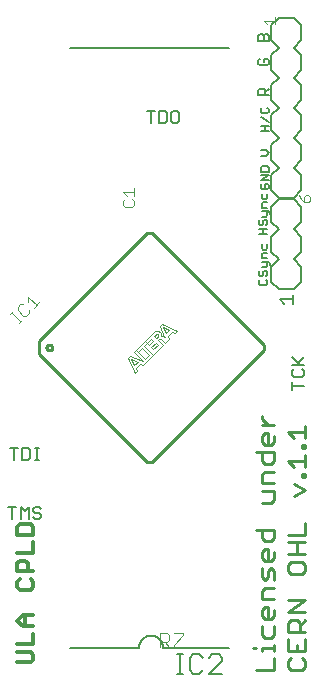
<source format=gbr>
G04 EAGLE Gerber RS-274X export*
G75*
%MOMM*%
%FSLAX34Y34*%
%LPD*%
%INSilkscreen Top*%
%IPPOS*%
%AMOC8*
5,1,8,0,0,1.08239X$1,22.5*%
G01*
%ADD10C,0.330200*%
%ADD11C,0.127000*%
%ADD12C,0.152400*%
%ADD13C,0.279400*%
%ADD14C,0.076200*%
%ADD15C,0.254000*%
%ADD16C,0.050800*%
%ADD17C,0.101600*%


D10*
X15038Y12764D02*
X26266Y12764D01*
X28512Y15009D01*
X28512Y19500D01*
X26266Y21746D01*
X15038Y21746D01*
X15038Y28200D02*
X28512Y28200D01*
X28512Y37182D01*
X28512Y43636D02*
X19529Y43636D01*
X15038Y48127D01*
X19529Y52618D01*
X28512Y52618D01*
X21775Y52618D02*
X21775Y43636D01*
X15038Y81245D02*
X17284Y83490D01*
X15038Y81245D02*
X15038Y76753D01*
X17284Y74508D01*
X26266Y74508D01*
X28512Y76753D01*
X28512Y81245D01*
X26266Y83490D01*
X28512Y89944D02*
X15038Y89944D01*
X15038Y96681D01*
X17284Y98926D01*
X21775Y98926D01*
X24020Y96681D01*
X24020Y89944D01*
X28512Y105380D02*
X15038Y105380D01*
X28512Y105380D02*
X28512Y114362D01*
X28512Y120816D02*
X15038Y120816D01*
X28512Y120816D02*
X28512Y127553D01*
X26266Y129798D01*
X17284Y129798D01*
X15038Y127553D01*
X15038Y120816D01*
D11*
X219514Y335854D02*
X220658Y336998D01*
X219514Y335854D02*
X219514Y333566D01*
X220658Y332423D01*
X225234Y332423D01*
X226378Y333566D01*
X226378Y335854D01*
X225234Y336998D01*
X219514Y343339D02*
X220658Y344483D01*
X219514Y343339D02*
X219514Y341051D01*
X220658Y339907D01*
X221802Y339907D01*
X222946Y341051D01*
X222946Y343339D01*
X224090Y344483D01*
X225234Y344483D01*
X226378Y343339D01*
X226378Y341051D01*
X225234Y339907D01*
X225234Y347391D02*
X221802Y347391D01*
X225234Y347391D02*
X226378Y348535D01*
X226378Y351967D01*
X227521Y351967D02*
X221802Y351967D01*
X227521Y351967D02*
X228665Y350823D01*
X228665Y349679D01*
X226378Y354875D02*
X221802Y354875D01*
X221802Y358307D01*
X222946Y359451D01*
X226378Y359451D01*
X221802Y363503D02*
X221802Y366935D01*
X221802Y363503D02*
X222946Y362359D01*
X225234Y362359D01*
X226378Y363503D01*
X226378Y366935D01*
X226378Y375285D02*
X219514Y375285D01*
X222946Y375285D02*
X222946Y379861D01*
X219514Y379861D02*
X226378Y379861D01*
X219514Y386201D02*
X220658Y387345D01*
X219514Y386201D02*
X219514Y383913D01*
X220658Y382769D01*
X221802Y382769D01*
X222946Y383913D01*
X222946Y386201D01*
X224090Y387345D01*
X225234Y387345D01*
X226378Y386201D01*
X226378Y383913D01*
X225234Y382769D01*
X225234Y390253D02*
X221802Y390253D01*
X225234Y390253D02*
X226378Y391397D01*
X226378Y394829D01*
X227521Y394829D02*
X221802Y394829D01*
X227521Y394829D02*
X228665Y393685D01*
X228665Y392541D01*
X226378Y397737D02*
X221802Y397737D01*
X221802Y401169D01*
X222946Y402313D01*
X226378Y402313D01*
X221802Y406366D02*
X221802Y409798D01*
X221802Y406366D02*
X222946Y405222D01*
X225234Y405222D01*
X226378Y406366D01*
X226378Y409798D01*
D12*
X227838Y538925D02*
X219195Y538925D01*
X219195Y543246D01*
X220635Y544687D01*
X222076Y544687D01*
X223516Y543246D01*
X224957Y544687D01*
X226397Y544687D01*
X227838Y543246D01*
X227838Y538925D01*
X223516Y538925D02*
X223516Y543246D01*
X220635Y524049D02*
X219195Y522609D01*
X219195Y519728D01*
X220635Y518287D01*
X226397Y518287D01*
X227838Y519728D01*
X227838Y522609D01*
X226397Y524049D01*
X223516Y524049D01*
X223516Y521168D01*
X227838Y492887D02*
X219195Y492887D01*
X219195Y497209D01*
X220635Y498649D01*
X223516Y498649D01*
X224957Y497209D01*
X224957Y492887D01*
X224957Y495768D02*
X227838Y498649D01*
D11*
X227965Y462598D02*
X221101Y462598D01*
X224533Y462598D02*
X224533Y467173D01*
X221101Y467173D02*
X227965Y467173D01*
X227965Y470082D02*
X221101Y474658D01*
X221101Y480998D02*
X222245Y482142D01*
X221101Y480998D02*
X221101Y478710D01*
X222245Y477566D01*
X226821Y477566D01*
X227965Y478710D01*
X227965Y480998D01*
X226821Y482142D01*
X225677Y441960D02*
X221101Y441960D01*
X225677Y441960D02*
X227965Y444248D01*
X225677Y446536D01*
X221101Y446536D01*
X222245Y417961D02*
X221101Y416817D01*
X221101Y414529D01*
X222245Y413385D01*
X226821Y413385D01*
X227965Y414529D01*
X227965Y416817D01*
X226821Y417961D01*
X224533Y417961D01*
X224533Y415673D01*
X227965Y420869D02*
X221101Y420869D01*
X227965Y425445D01*
X221101Y425445D01*
X221101Y428353D02*
X227965Y428353D01*
X227965Y431785D01*
X226821Y432929D01*
X222245Y432929D01*
X221101Y431785D01*
X221101Y428353D01*
D13*
X217284Y6160D02*
X232283Y6160D01*
X232283Y16159D01*
X222284Y22531D02*
X222284Y25031D01*
X232283Y25031D01*
X232283Y22531D02*
X232283Y27531D01*
X217284Y25031D02*
X214784Y25031D01*
X222284Y35945D02*
X222284Y43445D01*
X222284Y35945D02*
X224784Y33445D01*
X229783Y33445D01*
X232283Y35945D01*
X232283Y43445D01*
X232283Y52317D02*
X232283Y57316D01*
X232283Y52317D02*
X229783Y49817D01*
X224784Y49817D01*
X222284Y52317D01*
X222284Y57316D01*
X224784Y59816D01*
X227283Y59816D01*
X227283Y49817D01*
X232283Y66189D02*
X222284Y66189D01*
X222284Y73688D01*
X224784Y76188D01*
X232283Y76188D01*
X232283Y82560D02*
X232283Y90060D01*
X229783Y92559D01*
X227283Y90060D01*
X227283Y85060D01*
X224784Y82560D01*
X222284Y85060D01*
X222284Y92559D01*
X232283Y101431D02*
X232283Y106431D01*
X232283Y101431D02*
X229783Y98932D01*
X224784Y98932D01*
X222284Y101431D01*
X222284Y106431D01*
X224784Y108931D01*
X227283Y108931D01*
X227283Y98932D01*
X232283Y125302D02*
X217284Y125302D01*
X232283Y125302D02*
X232283Y117803D01*
X229783Y115303D01*
X224784Y115303D01*
X222284Y117803D01*
X222284Y125302D01*
X222284Y148046D02*
X229783Y148046D01*
X232283Y150546D01*
X232283Y158046D01*
X222284Y158046D01*
X222284Y164418D02*
X232283Y164418D01*
X222284Y164418D02*
X222284Y171917D01*
X224784Y174417D01*
X232283Y174417D01*
X232283Y190789D02*
X217284Y190789D01*
X232283Y190789D02*
X232283Y183289D01*
X229783Y180790D01*
X224784Y180790D01*
X222284Y183289D01*
X222284Y190789D01*
X232283Y199661D02*
X232283Y204660D01*
X232283Y199661D02*
X229783Y197161D01*
X224784Y197161D01*
X222284Y199661D01*
X222284Y204660D01*
X224784Y207160D01*
X227283Y207160D01*
X227283Y197161D01*
X232283Y213533D02*
X222284Y213533D01*
X227283Y213533D02*
X222284Y218532D01*
X222284Y221032D01*
X246454Y16159D02*
X243954Y13659D01*
X243954Y8659D01*
X246454Y6160D01*
X256453Y6160D01*
X258953Y8659D01*
X258953Y13659D01*
X256453Y16159D01*
X243954Y22531D02*
X243954Y32530D01*
X243954Y22531D02*
X258953Y22531D01*
X258953Y32530D01*
X251454Y27531D02*
X251454Y22531D01*
X258953Y38903D02*
X243954Y38903D01*
X243954Y46402D01*
X246454Y48902D01*
X251454Y48902D01*
X253953Y46402D01*
X253953Y38903D01*
X253953Y43902D02*
X258953Y48902D01*
X258953Y55274D02*
X243954Y55274D01*
X258953Y65273D01*
X243954Y65273D01*
X243954Y90517D02*
X243954Y95517D01*
X243954Y90517D02*
X246454Y88017D01*
X256453Y88017D01*
X258953Y90517D01*
X258953Y95517D01*
X256453Y98017D01*
X246454Y98017D01*
X243954Y95517D01*
X243954Y104389D02*
X258953Y104389D01*
X251454Y104389D02*
X251454Y114388D01*
X258953Y114388D02*
X243954Y114388D01*
X243954Y120760D02*
X258953Y120760D01*
X258953Y130760D01*
X248954Y153504D02*
X258953Y158503D01*
X248954Y163503D01*
X256453Y169875D02*
X258953Y169875D01*
X256453Y169875D02*
X256453Y172375D01*
X258953Y172375D01*
X258953Y169875D01*
X248954Y178061D02*
X243954Y183061D01*
X258953Y183061D01*
X258953Y188060D02*
X258953Y178061D01*
X258953Y194432D02*
X256453Y194432D01*
X256453Y196932D01*
X258953Y196932D01*
X258953Y194432D01*
X248954Y202618D02*
X243954Y207618D01*
X258953Y207618D01*
X258953Y212617D02*
X258953Y202618D01*
D14*
X104625Y403422D02*
X106193Y404989D01*
X104625Y403422D02*
X104625Y400286D01*
X106193Y398719D01*
X112464Y398719D01*
X114032Y400286D01*
X114032Y403422D01*
X112464Y404989D01*
X107761Y408074D02*
X104625Y411209D01*
X114032Y411209D01*
X114032Y408074D02*
X114032Y414344D01*
D11*
X11962Y194001D02*
X11962Y183833D01*
X8573Y194001D02*
X15352Y194001D01*
X19097Y194001D02*
X19097Y183833D01*
X24181Y183833D01*
X25876Y185527D01*
X25876Y192306D01*
X24181Y194001D01*
X19097Y194001D01*
X29622Y183833D02*
X33011Y183833D01*
X31316Y183833D02*
X31316Y194001D01*
X29622Y194001D02*
X33011Y194001D01*
X10800Y144464D02*
X10800Y134295D01*
X14189Y144464D02*
X7410Y144464D01*
X17935Y144464D02*
X17935Y134295D01*
X21324Y141074D02*
X17935Y144464D01*
X21324Y141074D02*
X24714Y144464D01*
X24714Y134295D01*
X33544Y144464D02*
X35238Y142769D01*
X33544Y144464D02*
X30154Y144464D01*
X28459Y142769D01*
X28459Y141074D01*
X30154Y139379D01*
X33544Y139379D01*
X35238Y137685D01*
X35238Y135990D01*
X33544Y134295D01*
X30154Y134295D01*
X28459Y135990D01*
X127850Y469583D02*
X127850Y479751D01*
X131239Y479751D02*
X124460Y479751D01*
X134985Y479751D02*
X134985Y469583D01*
X140069Y469583D01*
X141764Y471277D01*
X141764Y478056D01*
X140069Y479751D01*
X134985Y479751D01*
X147204Y479751D02*
X150594Y479751D01*
X147204Y479751D02*
X145509Y478056D01*
X145509Y471277D01*
X147204Y469583D01*
X150594Y469583D01*
X152288Y471277D01*
X152288Y478056D01*
X150594Y479751D01*
X247324Y246912D02*
X257493Y246912D01*
X247324Y243523D02*
X247324Y250302D01*
X247324Y259131D02*
X249019Y260826D01*
X247324Y259131D02*
X247324Y255742D01*
X249019Y254047D01*
X255798Y254047D01*
X257493Y255742D01*
X257493Y259131D01*
X255798Y260826D01*
X257493Y264572D02*
X247324Y264572D01*
X254103Y264572D02*
X247324Y271351D01*
X252408Y266266D02*
X257493Y271351D01*
D15*
X33308Y274097D02*
X33308Y284703D01*
X125232Y376627D01*
X128768Y376627D01*
X224227Y281168D01*
X224227Y277632D01*
X128768Y182173D01*
X125232Y182173D01*
X33308Y274097D01*
D16*
X132077Y290431D02*
X132128Y290479D01*
X132181Y290524D01*
X132237Y290567D01*
X132295Y290606D01*
X132355Y290641D01*
X132417Y290674D01*
X132481Y290703D01*
X132546Y290728D01*
X132613Y290750D01*
X132680Y290768D01*
X132749Y290783D01*
X132818Y290793D01*
X132888Y290800D01*
X132957Y290803D01*
X133027Y290802D01*
X133097Y290797D01*
X133167Y290788D01*
X133236Y290776D01*
X133304Y290760D01*
X133371Y290740D01*
X133437Y290716D01*
X133501Y290689D01*
X133564Y290658D01*
X133625Y290624D01*
X133684Y290587D01*
X133741Y290546D01*
X133796Y290502D01*
X133848Y290455D01*
X133897Y290406D01*
X133944Y290354D01*
X133988Y290299D01*
X134029Y290242D01*
X134066Y290183D01*
X134100Y290122D01*
X134131Y290059D01*
X134158Y289995D01*
X134182Y289929D01*
X134202Y289862D01*
X134218Y289794D01*
X134230Y289725D01*
X134239Y289655D01*
X134244Y289585D01*
X134245Y289516D01*
X134242Y289446D01*
X134235Y289376D01*
X134225Y289307D01*
X134210Y289238D01*
X134192Y289171D01*
X134170Y289104D01*
X134145Y289039D01*
X134116Y288975D01*
X134084Y288913D01*
X134048Y288853D01*
X134009Y288795D01*
X133966Y288739D01*
X133921Y288686D01*
X133873Y288635D01*
X135217Y286386D02*
X135267Y286433D01*
X135319Y286478D01*
X135374Y286519D01*
X135431Y286558D01*
X135490Y286594D01*
X135551Y286626D01*
X135613Y286655D01*
X135677Y286680D01*
X135742Y286702D01*
X135809Y286720D01*
X135876Y286735D01*
X135944Y286746D01*
X136012Y286754D01*
X136081Y286758D01*
X136149Y286758D01*
X136218Y286754D01*
X136286Y286746D01*
X136354Y286735D01*
X136421Y286720D01*
X136488Y286702D01*
X136553Y286680D01*
X136617Y286655D01*
X136679Y286626D01*
X136740Y286594D01*
X136799Y286558D01*
X136856Y286519D01*
X136911Y286478D01*
X136963Y286433D01*
X137013Y286386D01*
X137018Y289080D02*
X137036Y289200D01*
X137051Y289322D01*
X137062Y289444D01*
X137069Y289566D01*
X137073Y289688D01*
X137072Y289810D01*
X137068Y289932D01*
X137059Y290054D01*
X137047Y290176D01*
X137031Y290297D01*
X137011Y290418D01*
X136987Y290538D01*
X136960Y290657D01*
X136929Y290775D01*
X136894Y290893D01*
X136855Y291009D01*
X136812Y291123D01*
X136766Y291237D01*
X136717Y291348D01*
X136664Y291459D01*
X136607Y291567D01*
X136547Y291674D01*
X136484Y291778D01*
X136417Y291881D01*
X136347Y291981D01*
X136274Y292079D01*
X136198Y292175D01*
X136119Y292268D01*
X136037Y292359D01*
X135953Y292447D01*
X135865Y292533D01*
X135775Y292615D01*
X135682Y292695D01*
X135587Y292771D01*
X135489Y292845D01*
X135389Y292916D01*
X135287Y292983D01*
X135183Y293047D01*
X135076Y293107D01*
X134968Y293165D01*
X134859Y293219D01*
X134747Y293269D01*
X134634Y293316D01*
X134520Y293359D01*
X134404Y293398D01*
X134287Y293434D01*
X134169Y293466D01*
X134050Y293494D01*
X133930Y293519D01*
X133809Y293539D01*
X133688Y293556D01*
X133567Y293569D01*
X133445Y293578D01*
X133323Y293584D01*
X133200Y293585D01*
X133078Y293582D01*
X132956Y293576D01*
X132834Y293566D01*
X132713Y293552D01*
X132592Y293534D01*
X132471Y293512D01*
X132352Y293486D01*
X132233Y293457D01*
X132115Y293424D01*
X131999Y293387D01*
X131883Y293347D01*
X131769Y293302D01*
X131657Y293255D01*
X131546Y293203D01*
X131436Y293149D01*
X131329Y293090D01*
X131223Y293029D01*
X131119Y292964D01*
X131018Y292896D01*
X130919Y292824D01*
X130822Y292750D01*
X130727Y292672D01*
X137015Y289083D02*
X137103Y289114D01*
X137192Y289140D01*
X137282Y289163D01*
X137373Y289183D01*
X137464Y289198D01*
X137557Y289210D01*
X137649Y289218D01*
X137742Y289222D01*
X137835Y289223D01*
X137928Y289219D01*
X138021Y289212D01*
X138113Y289201D01*
X138205Y289186D01*
X138296Y289168D01*
X138386Y289146D01*
X138476Y289120D01*
X138564Y289090D01*
X138651Y289057D01*
X138736Y289021D01*
X138820Y288981D01*
X138902Y288937D01*
X138983Y288891D01*
X139061Y288841D01*
X139137Y288787D01*
X139211Y288731D01*
X139283Y288672D01*
X139352Y288610D01*
X139419Y288545D01*
X139482Y288477D01*
X139544Y288407D01*
X139602Y288335D01*
X139657Y288260D01*
X139709Y288183D01*
X108728Y270674D02*
X114569Y257649D01*
X108728Y270674D02*
X110524Y272470D01*
X121301Y267973D01*
X113664Y275610D01*
X115460Y277406D01*
X117256Y275610D01*
X123097Y269769D01*
X126243Y272916D01*
X120403Y278757D01*
X117256Y275610D01*
X115460Y277406D02*
X123097Y285043D01*
X124893Y283247D01*
X122199Y280553D01*
X129835Y272916D01*
X121753Y264834D01*
X119059Y265732D01*
X115467Y262140D01*
X116365Y259445D01*
X114569Y257649D01*
X114117Y264381D02*
X111422Y269776D01*
X116811Y267075D02*
X114117Y264381D01*
X116811Y267075D02*
X111422Y269776D01*
X124893Y283247D02*
X126689Y281451D01*
X130281Y285043D01*
X128485Y286839D01*
X124893Y283247D01*
X123097Y285043D02*
X130726Y292672D01*
X137465Y299411D02*
X150490Y293570D01*
X137465Y299411D02*
X135669Y297615D01*
X139261Y288635D01*
X143306Y286386D02*
X140159Y283240D01*
X143306Y286386D02*
X142408Y289080D01*
X146000Y292672D01*
X148694Y291774D01*
X150490Y293570D01*
X143751Y294016D02*
X138363Y296717D01*
X143751Y294016D02*
X141057Y291322D01*
X138363Y296717D01*
X132077Y290431D02*
X130726Y289080D01*
X132523Y287284D01*
X133873Y288635D01*
X135217Y286386D02*
X134319Y285488D01*
X138363Y281444D01*
X130281Y273361D01*
X128485Y279655D02*
X132077Y283247D01*
X133873Y281451D01*
X130281Y277859D01*
X128485Y279655D01*
X137013Y286386D02*
X140159Y283240D01*
D15*
X39648Y279400D02*
X39650Y279499D01*
X39656Y279599D01*
X39666Y279697D01*
X39680Y279796D01*
X39697Y279894D01*
X39719Y279991D01*
X39744Y280087D01*
X39773Y280182D01*
X39806Y280275D01*
X39843Y280368D01*
X39883Y280459D01*
X39927Y280548D01*
X39975Y280635D01*
X40025Y280721D01*
X40080Y280804D01*
X40137Y280885D01*
X40198Y280964D01*
X40261Y281040D01*
X40328Y281114D01*
X40398Y281185D01*
X40470Y281253D01*
X40545Y281318D01*
X40622Y281380D01*
X40702Y281439D01*
X40785Y281495D01*
X40869Y281547D01*
X40955Y281597D01*
X41044Y281642D01*
X41134Y281684D01*
X41225Y281723D01*
X41318Y281758D01*
X41413Y281789D01*
X41508Y281816D01*
X41605Y281839D01*
X41702Y281859D01*
X41800Y281875D01*
X41899Y281887D01*
X41998Y281895D01*
X42097Y281899D01*
X42197Y281899D01*
X42296Y281895D01*
X42395Y281887D01*
X42494Y281875D01*
X42592Y281859D01*
X42689Y281839D01*
X42786Y281816D01*
X42881Y281789D01*
X42976Y281758D01*
X43069Y281723D01*
X43160Y281684D01*
X43250Y281642D01*
X43339Y281597D01*
X43425Y281547D01*
X43509Y281495D01*
X43592Y281439D01*
X43672Y281380D01*
X43749Y281318D01*
X43824Y281253D01*
X43896Y281185D01*
X43966Y281114D01*
X44033Y281040D01*
X44096Y280964D01*
X44157Y280885D01*
X44214Y280804D01*
X44269Y280721D01*
X44319Y280635D01*
X44367Y280548D01*
X44411Y280459D01*
X44451Y280368D01*
X44488Y280275D01*
X44521Y280182D01*
X44550Y280087D01*
X44575Y279991D01*
X44597Y279894D01*
X44614Y279796D01*
X44628Y279697D01*
X44638Y279599D01*
X44644Y279499D01*
X44646Y279400D01*
X44644Y279301D01*
X44638Y279201D01*
X44628Y279103D01*
X44614Y279004D01*
X44597Y278906D01*
X44575Y278809D01*
X44550Y278713D01*
X44521Y278618D01*
X44488Y278525D01*
X44451Y278432D01*
X44411Y278341D01*
X44367Y278252D01*
X44319Y278165D01*
X44269Y278079D01*
X44214Y277996D01*
X44157Y277915D01*
X44096Y277836D01*
X44033Y277760D01*
X43966Y277686D01*
X43896Y277615D01*
X43824Y277547D01*
X43749Y277482D01*
X43672Y277420D01*
X43592Y277361D01*
X43509Y277305D01*
X43425Y277253D01*
X43339Y277203D01*
X43250Y277158D01*
X43160Y277116D01*
X43069Y277077D01*
X42976Y277042D01*
X42881Y277011D01*
X42786Y276984D01*
X42689Y276961D01*
X42592Y276941D01*
X42494Y276925D01*
X42395Y276913D01*
X42296Y276905D01*
X42197Y276901D01*
X42097Y276901D01*
X41998Y276905D01*
X41899Y276913D01*
X41800Y276925D01*
X41702Y276941D01*
X41605Y276961D01*
X41508Y276984D01*
X41413Y277011D01*
X41318Y277042D01*
X41225Y277077D01*
X41134Y277116D01*
X41044Y277158D01*
X40955Y277203D01*
X40869Y277253D01*
X40785Y277305D01*
X40702Y277361D01*
X40622Y277420D01*
X40545Y277482D01*
X40470Y277547D01*
X40398Y277615D01*
X40328Y277686D01*
X40261Y277760D01*
X40198Y277836D01*
X40137Y277915D01*
X40080Y277996D01*
X40025Y278079D01*
X39975Y278165D01*
X39927Y278252D01*
X39883Y278341D01*
X39843Y278432D01*
X39806Y278525D01*
X39773Y278618D01*
X39744Y278713D01*
X39719Y278809D01*
X39697Y278906D01*
X39680Y279004D01*
X39666Y279103D01*
X39656Y279201D01*
X39650Y279301D01*
X39648Y279400D01*
D17*
X16408Y300272D02*
X18864Y302728D01*
X17636Y301500D02*
X10266Y308870D01*
X9038Y307642D02*
X11494Y310098D01*
X17684Y316288D02*
X20141Y316288D01*
X17684Y316288D02*
X15227Y313831D01*
X15227Y311375D01*
X20141Y306461D01*
X22597Y306461D01*
X25054Y308918D01*
X25054Y311375D01*
X23898Y317588D02*
X23898Y322502D01*
X31268Y315132D01*
X33724Y317588D02*
X28811Y312675D01*
D12*
X59690Y533400D02*
X194310Y533400D01*
X118110Y25400D02*
X59690Y25400D01*
X138430Y25400D02*
X194310Y25400D01*
X138430Y25400D02*
X138427Y25647D01*
X138418Y25895D01*
X138403Y26142D01*
X138382Y26388D01*
X138355Y26634D01*
X138322Y26879D01*
X138283Y27124D01*
X138238Y27367D01*
X138187Y27609D01*
X138130Y27850D01*
X138068Y28089D01*
X137999Y28327D01*
X137925Y28563D01*
X137845Y28797D01*
X137760Y29029D01*
X137668Y29259D01*
X137572Y29487D01*
X137469Y29712D01*
X137362Y29935D01*
X137248Y30155D01*
X137130Y30372D01*
X137006Y30587D01*
X136877Y30798D01*
X136743Y31006D01*
X136604Y31211D01*
X136460Y31412D01*
X136312Y31610D01*
X136158Y31804D01*
X136000Y31994D01*
X135837Y32180D01*
X135670Y32362D01*
X135498Y32540D01*
X135322Y32714D01*
X135142Y32884D01*
X134957Y33049D01*
X134769Y33209D01*
X134577Y33365D01*
X134381Y33517D01*
X134182Y33663D01*
X133979Y33805D01*
X133772Y33941D01*
X133563Y34073D01*
X133350Y34199D01*
X133134Y34320D01*
X132916Y34436D01*
X132694Y34546D01*
X132470Y34651D01*
X132244Y34751D01*
X132015Y34845D01*
X131784Y34933D01*
X131550Y35016D01*
X131315Y35093D01*
X131078Y35164D01*
X130840Y35230D01*
X130600Y35289D01*
X130358Y35343D01*
X130115Y35391D01*
X129872Y35433D01*
X129627Y35469D01*
X129381Y35499D01*
X129135Y35523D01*
X128888Y35541D01*
X128641Y35553D01*
X128394Y35559D01*
X128146Y35559D01*
X127899Y35553D01*
X127652Y35541D01*
X127405Y35523D01*
X127159Y35499D01*
X126913Y35469D01*
X126668Y35433D01*
X126425Y35391D01*
X126182Y35343D01*
X125940Y35289D01*
X125700Y35230D01*
X125462Y35164D01*
X125225Y35093D01*
X124990Y35016D01*
X124756Y34933D01*
X124525Y34845D01*
X124296Y34751D01*
X124070Y34651D01*
X123846Y34546D01*
X123624Y34436D01*
X123406Y34320D01*
X123190Y34199D01*
X122977Y34073D01*
X122768Y33941D01*
X122561Y33805D01*
X122358Y33663D01*
X122159Y33517D01*
X121963Y33365D01*
X121771Y33209D01*
X121583Y33049D01*
X121398Y32884D01*
X121218Y32714D01*
X121042Y32540D01*
X120870Y32362D01*
X120703Y32180D01*
X120540Y31994D01*
X120382Y31804D01*
X120228Y31610D01*
X120080Y31412D01*
X119936Y31211D01*
X119797Y31006D01*
X119663Y30798D01*
X119534Y30587D01*
X119410Y30372D01*
X119292Y30155D01*
X119178Y29935D01*
X119071Y29712D01*
X118968Y29487D01*
X118872Y29259D01*
X118780Y29029D01*
X118695Y28797D01*
X118615Y28563D01*
X118541Y28327D01*
X118472Y28089D01*
X118410Y27850D01*
X118353Y27609D01*
X118302Y27367D01*
X118257Y27124D01*
X118218Y26879D01*
X118185Y26634D01*
X118158Y26388D01*
X118137Y26142D01*
X118122Y25895D01*
X118113Y25647D01*
X118110Y25400D01*
X150144Y3302D02*
X155568Y3302D01*
X152856Y3302D02*
X152856Y19572D01*
X150144Y19572D02*
X155568Y19572D01*
X169194Y19572D02*
X171905Y16860D01*
X169194Y19572D02*
X163770Y19572D01*
X161059Y16860D01*
X161059Y6014D01*
X163770Y3302D01*
X169194Y3302D01*
X171905Y6014D01*
X177430Y3302D02*
X188277Y3302D01*
X177430Y3302D02*
X188277Y14149D01*
X188277Y16860D01*
X185565Y19572D01*
X180142Y19572D01*
X177430Y16860D01*
X255588Y539750D02*
X255588Y552450D01*
X255588Y539750D02*
X249238Y533400D01*
X236538Y533400D02*
X230188Y539750D01*
X249238Y533400D02*
X255588Y527050D01*
X255588Y514350D01*
X249238Y508000D01*
X236538Y508000D02*
X230188Y514350D01*
X230188Y527050D01*
X236538Y533400D01*
X236538Y558800D02*
X249238Y558800D01*
X255588Y552450D01*
X236538Y558800D02*
X230188Y552450D01*
X230188Y539750D01*
X249238Y508000D02*
X255588Y501650D01*
X255588Y488950D01*
X249238Y482600D01*
X236538Y482600D02*
X230188Y488950D01*
X230188Y501650D01*
X236538Y508000D01*
X255588Y476250D02*
X255588Y463550D01*
X249238Y457200D01*
X236538Y457200D02*
X230188Y463550D01*
X249238Y457200D02*
X255588Y450850D01*
X255588Y438150D01*
X249238Y431800D01*
X236538Y431800D02*
X230188Y438150D01*
X230188Y450850D01*
X236538Y457200D01*
X255588Y476250D02*
X249238Y482600D01*
X236538Y482600D02*
X230188Y476250D01*
X230188Y463550D01*
X249238Y431800D02*
X255588Y425450D01*
X255588Y412750D01*
X249238Y406400D01*
X236538Y406400D02*
X230188Y412750D01*
X230188Y425450D01*
X236538Y431800D01*
X236538Y406400D02*
X249238Y406400D01*
D17*
X226753Y553128D02*
X223703Y556178D01*
X232855Y556178D01*
X232855Y553128D02*
X232855Y559229D01*
X253548Y408417D02*
X255073Y405366D01*
X258124Y402315D01*
X261174Y402315D01*
X262700Y403841D01*
X262700Y406891D01*
X261174Y408417D01*
X259649Y408417D01*
X258124Y406891D01*
X258124Y402315D01*
D12*
X230188Y347663D02*
X230188Y334963D01*
X230188Y347663D02*
X236538Y354013D01*
X249238Y354013D02*
X255588Y347663D01*
X236538Y354013D02*
X230188Y360363D01*
X230188Y373063D01*
X236538Y379413D01*
X249238Y379413D02*
X255588Y373063D01*
X255588Y360363D01*
X249238Y354013D01*
X249238Y328613D02*
X236538Y328613D01*
X230188Y334963D01*
X249238Y328613D02*
X255588Y334963D01*
X255588Y347663D01*
X236538Y379413D02*
X230188Y385763D01*
X230188Y398463D01*
X236538Y404813D01*
X249238Y404813D02*
X255588Y398463D01*
X255588Y385763D01*
X249238Y379413D01*
X249238Y404813D02*
X236538Y404813D01*
D11*
X237163Y320361D02*
X240976Y316548D01*
X237163Y320361D02*
X248603Y320361D01*
X248603Y316548D02*
X248603Y324174D01*
D17*
X135870Y37602D02*
X135870Y25908D01*
X135870Y37602D02*
X141717Y37602D01*
X143666Y35653D01*
X143666Y31755D01*
X141717Y29806D01*
X135870Y29806D01*
X139768Y29806D02*
X143666Y25908D01*
X147564Y37602D02*
X155360Y37602D01*
X155360Y35653D01*
X147564Y27857D01*
X147564Y25908D01*
M02*

</source>
